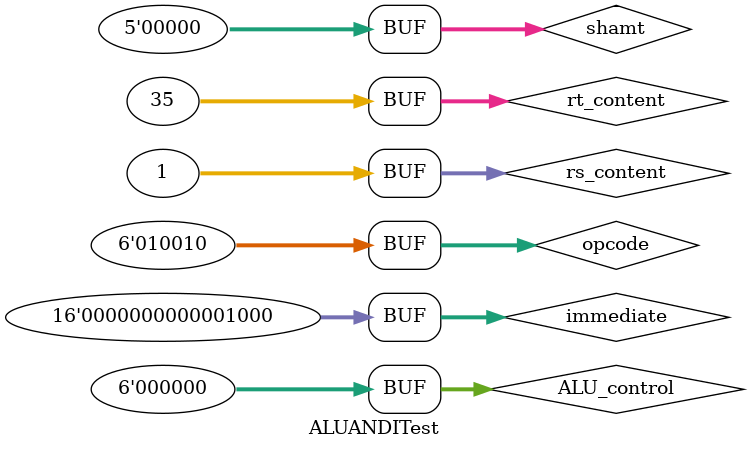
<source format=v>
`timescale 1ns / 1ps


module ALUANDITest;

	// Inputs
	reg [5:0] opcode;
	reg [31:0] rs_content;
	reg [31:0] rt_content;
	reg [4:0] shamt;
	reg [5:0] ALU_control;
	reg [15:0] immediate;

	// Outputs
	wire [31:0] ALU_result;
	wire sig_branch;

	// Instantiate the Unit Under Test (UUT)
	ALU uut (
		.ALU_result(ALU_result), 
		.sig_branch(sig_branch), 
		.opcode(opcode), 
		.rs_content(rs_content), 
		.rt_content(rt_content), 
		.shamt(shamt), 
		.ALU_control(ALU_control), 
		.immediate(immediate)
	);

	initial begin
		// Initialize Inputs
		opcode = 0;
		rs_content = 0;
		rt_content = 0;
		shamt = 0;
		ALU_control = 0;
		immediate = 0;

		// Wait 100 ns for global reset to finish
		#100;
		
		
		
		opcode = 6'b010010;
		rs_content = 15;
		rt_content = 12;
		shamt = 0;
		immediate = 19;
		#100;
		
		opcode = 6'b010010;
		rs_content = 23;
		rt_content = 2;
		shamt = 0;
		immediate = 14;
		#100;

		opcode = 6'b010010;
		rs_content = 1;
		rt_content = 35;
		shamt = 0;
		immediate = 8;
		#100;
        
		// Add stimulus here

	end
      
endmodule


</source>
